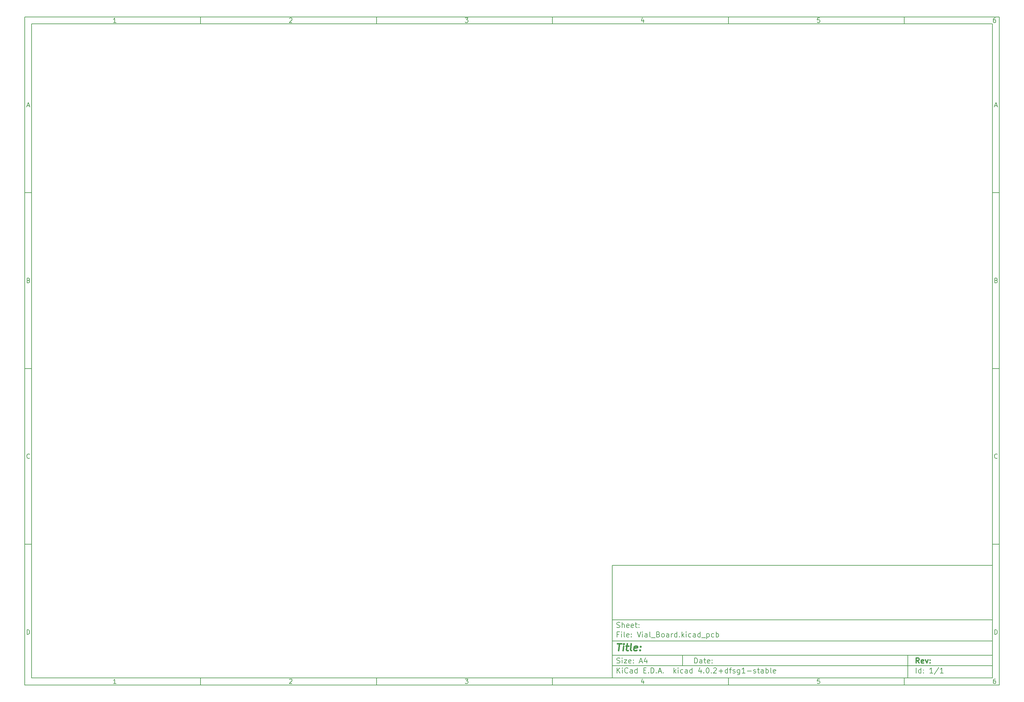
<source format=gbr>
G04 #@! TF.FileFunction,Other,Fab,Bot*
%FSLAX46Y46*%
G04 Gerber Fmt 4.6, Leading zero omitted, Abs format (unit mm)*
G04 Created by KiCad (PCBNEW 4.0.2+dfsg1-stable) date Wed 03 Aug 2016 02:33:37 PM EDT*
%MOMM*%
G01*
G04 APERTURE LIST*
%ADD10C,0.100000*%
%ADD11C,0.150000*%
%ADD12C,0.300000*%
%ADD13C,0.400000*%
G04 APERTURE END LIST*
D10*
D11*
X177002200Y-166007200D02*
X177002200Y-198007200D01*
X285002200Y-198007200D01*
X285002200Y-166007200D01*
X177002200Y-166007200D01*
D10*
D11*
X10000000Y-10000000D02*
X10000000Y-200007200D01*
X287002200Y-200007200D01*
X287002200Y-10000000D01*
X10000000Y-10000000D01*
D10*
D11*
X12000000Y-12000000D02*
X12000000Y-198007200D01*
X285002200Y-198007200D01*
X285002200Y-12000000D01*
X12000000Y-12000000D01*
D10*
D11*
X60000000Y-12000000D02*
X60000000Y-10000000D01*
D10*
D11*
X110000000Y-12000000D02*
X110000000Y-10000000D01*
D10*
D11*
X160000000Y-12000000D02*
X160000000Y-10000000D01*
D10*
D11*
X210000000Y-12000000D02*
X210000000Y-10000000D01*
D10*
D11*
X260000000Y-12000000D02*
X260000000Y-10000000D01*
D10*
D11*
X35990476Y-11588095D02*
X35247619Y-11588095D01*
X35619048Y-11588095D02*
X35619048Y-10288095D01*
X35495238Y-10473810D01*
X35371429Y-10597619D01*
X35247619Y-10659524D01*
D10*
D11*
X85247619Y-10411905D02*
X85309524Y-10350000D01*
X85433333Y-10288095D01*
X85742857Y-10288095D01*
X85866667Y-10350000D01*
X85928571Y-10411905D01*
X85990476Y-10535714D01*
X85990476Y-10659524D01*
X85928571Y-10845238D01*
X85185714Y-11588095D01*
X85990476Y-11588095D01*
D10*
D11*
X135185714Y-10288095D02*
X135990476Y-10288095D01*
X135557143Y-10783333D01*
X135742857Y-10783333D01*
X135866667Y-10845238D01*
X135928571Y-10907143D01*
X135990476Y-11030952D01*
X135990476Y-11340476D01*
X135928571Y-11464286D01*
X135866667Y-11526190D01*
X135742857Y-11588095D01*
X135371429Y-11588095D01*
X135247619Y-11526190D01*
X135185714Y-11464286D01*
D10*
D11*
X185866667Y-10721429D02*
X185866667Y-11588095D01*
X185557143Y-10226190D02*
X185247619Y-11154762D01*
X186052381Y-11154762D01*
D10*
D11*
X235928571Y-10288095D02*
X235309524Y-10288095D01*
X235247619Y-10907143D01*
X235309524Y-10845238D01*
X235433333Y-10783333D01*
X235742857Y-10783333D01*
X235866667Y-10845238D01*
X235928571Y-10907143D01*
X235990476Y-11030952D01*
X235990476Y-11340476D01*
X235928571Y-11464286D01*
X235866667Y-11526190D01*
X235742857Y-11588095D01*
X235433333Y-11588095D01*
X235309524Y-11526190D01*
X235247619Y-11464286D01*
D10*
D11*
X285866667Y-10288095D02*
X285619048Y-10288095D01*
X285495238Y-10350000D01*
X285433333Y-10411905D01*
X285309524Y-10597619D01*
X285247619Y-10845238D01*
X285247619Y-11340476D01*
X285309524Y-11464286D01*
X285371429Y-11526190D01*
X285495238Y-11588095D01*
X285742857Y-11588095D01*
X285866667Y-11526190D01*
X285928571Y-11464286D01*
X285990476Y-11340476D01*
X285990476Y-11030952D01*
X285928571Y-10907143D01*
X285866667Y-10845238D01*
X285742857Y-10783333D01*
X285495238Y-10783333D01*
X285371429Y-10845238D01*
X285309524Y-10907143D01*
X285247619Y-11030952D01*
D10*
D11*
X60000000Y-198007200D02*
X60000000Y-200007200D01*
D10*
D11*
X110000000Y-198007200D02*
X110000000Y-200007200D01*
D10*
D11*
X160000000Y-198007200D02*
X160000000Y-200007200D01*
D10*
D11*
X210000000Y-198007200D02*
X210000000Y-200007200D01*
D10*
D11*
X260000000Y-198007200D02*
X260000000Y-200007200D01*
D10*
D11*
X35990476Y-199595295D02*
X35247619Y-199595295D01*
X35619048Y-199595295D02*
X35619048Y-198295295D01*
X35495238Y-198481010D01*
X35371429Y-198604819D01*
X35247619Y-198666724D01*
D10*
D11*
X85247619Y-198419105D02*
X85309524Y-198357200D01*
X85433333Y-198295295D01*
X85742857Y-198295295D01*
X85866667Y-198357200D01*
X85928571Y-198419105D01*
X85990476Y-198542914D01*
X85990476Y-198666724D01*
X85928571Y-198852438D01*
X85185714Y-199595295D01*
X85990476Y-199595295D01*
D10*
D11*
X135185714Y-198295295D02*
X135990476Y-198295295D01*
X135557143Y-198790533D01*
X135742857Y-198790533D01*
X135866667Y-198852438D01*
X135928571Y-198914343D01*
X135990476Y-199038152D01*
X135990476Y-199347676D01*
X135928571Y-199471486D01*
X135866667Y-199533390D01*
X135742857Y-199595295D01*
X135371429Y-199595295D01*
X135247619Y-199533390D01*
X135185714Y-199471486D01*
D10*
D11*
X185866667Y-198728629D02*
X185866667Y-199595295D01*
X185557143Y-198233390D02*
X185247619Y-199161962D01*
X186052381Y-199161962D01*
D10*
D11*
X235928571Y-198295295D02*
X235309524Y-198295295D01*
X235247619Y-198914343D01*
X235309524Y-198852438D01*
X235433333Y-198790533D01*
X235742857Y-198790533D01*
X235866667Y-198852438D01*
X235928571Y-198914343D01*
X235990476Y-199038152D01*
X235990476Y-199347676D01*
X235928571Y-199471486D01*
X235866667Y-199533390D01*
X235742857Y-199595295D01*
X235433333Y-199595295D01*
X235309524Y-199533390D01*
X235247619Y-199471486D01*
D10*
D11*
X285866667Y-198295295D02*
X285619048Y-198295295D01*
X285495238Y-198357200D01*
X285433333Y-198419105D01*
X285309524Y-198604819D01*
X285247619Y-198852438D01*
X285247619Y-199347676D01*
X285309524Y-199471486D01*
X285371429Y-199533390D01*
X285495238Y-199595295D01*
X285742857Y-199595295D01*
X285866667Y-199533390D01*
X285928571Y-199471486D01*
X285990476Y-199347676D01*
X285990476Y-199038152D01*
X285928571Y-198914343D01*
X285866667Y-198852438D01*
X285742857Y-198790533D01*
X285495238Y-198790533D01*
X285371429Y-198852438D01*
X285309524Y-198914343D01*
X285247619Y-199038152D01*
D10*
D11*
X10000000Y-60000000D02*
X12000000Y-60000000D01*
D10*
D11*
X10000000Y-110000000D02*
X12000000Y-110000000D01*
D10*
D11*
X10000000Y-160000000D02*
X12000000Y-160000000D01*
D10*
D11*
X10690476Y-35216667D02*
X11309524Y-35216667D01*
X10566667Y-35588095D02*
X11000000Y-34288095D01*
X11433333Y-35588095D01*
D10*
D11*
X11092857Y-84907143D02*
X11278571Y-84969048D01*
X11340476Y-85030952D01*
X11402381Y-85154762D01*
X11402381Y-85340476D01*
X11340476Y-85464286D01*
X11278571Y-85526190D01*
X11154762Y-85588095D01*
X10659524Y-85588095D01*
X10659524Y-84288095D01*
X11092857Y-84288095D01*
X11216667Y-84350000D01*
X11278571Y-84411905D01*
X11340476Y-84535714D01*
X11340476Y-84659524D01*
X11278571Y-84783333D01*
X11216667Y-84845238D01*
X11092857Y-84907143D01*
X10659524Y-84907143D01*
D10*
D11*
X11402381Y-135464286D02*
X11340476Y-135526190D01*
X11154762Y-135588095D01*
X11030952Y-135588095D01*
X10845238Y-135526190D01*
X10721429Y-135402381D01*
X10659524Y-135278571D01*
X10597619Y-135030952D01*
X10597619Y-134845238D01*
X10659524Y-134597619D01*
X10721429Y-134473810D01*
X10845238Y-134350000D01*
X11030952Y-134288095D01*
X11154762Y-134288095D01*
X11340476Y-134350000D01*
X11402381Y-134411905D01*
D10*
D11*
X10659524Y-185588095D02*
X10659524Y-184288095D01*
X10969048Y-184288095D01*
X11154762Y-184350000D01*
X11278571Y-184473810D01*
X11340476Y-184597619D01*
X11402381Y-184845238D01*
X11402381Y-185030952D01*
X11340476Y-185278571D01*
X11278571Y-185402381D01*
X11154762Y-185526190D01*
X10969048Y-185588095D01*
X10659524Y-185588095D01*
D10*
D11*
X287002200Y-60000000D02*
X285002200Y-60000000D01*
D10*
D11*
X287002200Y-110000000D02*
X285002200Y-110000000D01*
D10*
D11*
X287002200Y-160000000D02*
X285002200Y-160000000D01*
D10*
D11*
X285692676Y-35216667D02*
X286311724Y-35216667D01*
X285568867Y-35588095D02*
X286002200Y-34288095D01*
X286435533Y-35588095D01*
D10*
D11*
X286095057Y-84907143D02*
X286280771Y-84969048D01*
X286342676Y-85030952D01*
X286404581Y-85154762D01*
X286404581Y-85340476D01*
X286342676Y-85464286D01*
X286280771Y-85526190D01*
X286156962Y-85588095D01*
X285661724Y-85588095D01*
X285661724Y-84288095D01*
X286095057Y-84288095D01*
X286218867Y-84350000D01*
X286280771Y-84411905D01*
X286342676Y-84535714D01*
X286342676Y-84659524D01*
X286280771Y-84783333D01*
X286218867Y-84845238D01*
X286095057Y-84907143D01*
X285661724Y-84907143D01*
D10*
D11*
X286404581Y-135464286D02*
X286342676Y-135526190D01*
X286156962Y-135588095D01*
X286033152Y-135588095D01*
X285847438Y-135526190D01*
X285723629Y-135402381D01*
X285661724Y-135278571D01*
X285599819Y-135030952D01*
X285599819Y-134845238D01*
X285661724Y-134597619D01*
X285723629Y-134473810D01*
X285847438Y-134350000D01*
X286033152Y-134288095D01*
X286156962Y-134288095D01*
X286342676Y-134350000D01*
X286404581Y-134411905D01*
D10*
D11*
X285661724Y-185588095D02*
X285661724Y-184288095D01*
X285971248Y-184288095D01*
X286156962Y-184350000D01*
X286280771Y-184473810D01*
X286342676Y-184597619D01*
X286404581Y-184845238D01*
X286404581Y-185030952D01*
X286342676Y-185278571D01*
X286280771Y-185402381D01*
X286156962Y-185526190D01*
X285971248Y-185588095D01*
X285661724Y-185588095D01*
D10*
D11*
X200359343Y-193785771D02*
X200359343Y-192285771D01*
X200716486Y-192285771D01*
X200930771Y-192357200D01*
X201073629Y-192500057D01*
X201145057Y-192642914D01*
X201216486Y-192928629D01*
X201216486Y-193142914D01*
X201145057Y-193428629D01*
X201073629Y-193571486D01*
X200930771Y-193714343D01*
X200716486Y-193785771D01*
X200359343Y-193785771D01*
X202502200Y-193785771D02*
X202502200Y-193000057D01*
X202430771Y-192857200D01*
X202287914Y-192785771D01*
X202002200Y-192785771D01*
X201859343Y-192857200D01*
X202502200Y-193714343D02*
X202359343Y-193785771D01*
X202002200Y-193785771D01*
X201859343Y-193714343D01*
X201787914Y-193571486D01*
X201787914Y-193428629D01*
X201859343Y-193285771D01*
X202002200Y-193214343D01*
X202359343Y-193214343D01*
X202502200Y-193142914D01*
X203002200Y-192785771D02*
X203573629Y-192785771D01*
X203216486Y-192285771D02*
X203216486Y-193571486D01*
X203287914Y-193714343D01*
X203430772Y-193785771D01*
X203573629Y-193785771D01*
X204645057Y-193714343D02*
X204502200Y-193785771D01*
X204216486Y-193785771D01*
X204073629Y-193714343D01*
X204002200Y-193571486D01*
X204002200Y-193000057D01*
X204073629Y-192857200D01*
X204216486Y-192785771D01*
X204502200Y-192785771D01*
X204645057Y-192857200D01*
X204716486Y-193000057D01*
X204716486Y-193142914D01*
X204002200Y-193285771D01*
X205359343Y-193642914D02*
X205430771Y-193714343D01*
X205359343Y-193785771D01*
X205287914Y-193714343D01*
X205359343Y-193642914D01*
X205359343Y-193785771D01*
X205359343Y-192857200D02*
X205430771Y-192928629D01*
X205359343Y-193000057D01*
X205287914Y-192928629D01*
X205359343Y-192857200D01*
X205359343Y-193000057D01*
D10*
D11*
X177002200Y-194507200D02*
X285002200Y-194507200D01*
D10*
D11*
X178359343Y-196585771D02*
X178359343Y-195085771D01*
X179216486Y-196585771D02*
X178573629Y-195728629D01*
X179216486Y-195085771D02*
X178359343Y-195942914D01*
X179859343Y-196585771D02*
X179859343Y-195585771D01*
X179859343Y-195085771D02*
X179787914Y-195157200D01*
X179859343Y-195228629D01*
X179930771Y-195157200D01*
X179859343Y-195085771D01*
X179859343Y-195228629D01*
X181430772Y-196442914D02*
X181359343Y-196514343D01*
X181145057Y-196585771D01*
X181002200Y-196585771D01*
X180787915Y-196514343D01*
X180645057Y-196371486D01*
X180573629Y-196228629D01*
X180502200Y-195942914D01*
X180502200Y-195728629D01*
X180573629Y-195442914D01*
X180645057Y-195300057D01*
X180787915Y-195157200D01*
X181002200Y-195085771D01*
X181145057Y-195085771D01*
X181359343Y-195157200D01*
X181430772Y-195228629D01*
X182716486Y-196585771D02*
X182716486Y-195800057D01*
X182645057Y-195657200D01*
X182502200Y-195585771D01*
X182216486Y-195585771D01*
X182073629Y-195657200D01*
X182716486Y-196514343D02*
X182573629Y-196585771D01*
X182216486Y-196585771D01*
X182073629Y-196514343D01*
X182002200Y-196371486D01*
X182002200Y-196228629D01*
X182073629Y-196085771D01*
X182216486Y-196014343D01*
X182573629Y-196014343D01*
X182716486Y-195942914D01*
X184073629Y-196585771D02*
X184073629Y-195085771D01*
X184073629Y-196514343D02*
X183930772Y-196585771D01*
X183645058Y-196585771D01*
X183502200Y-196514343D01*
X183430772Y-196442914D01*
X183359343Y-196300057D01*
X183359343Y-195871486D01*
X183430772Y-195728629D01*
X183502200Y-195657200D01*
X183645058Y-195585771D01*
X183930772Y-195585771D01*
X184073629Y-195657200D01*
X185930772Y-195800057D02*
X186430772Y-195800057D01*
X186645058Y-196585771D02*
X185930772Y-196585771D01*
X185930772Y-195085771D01*
X186645058Y-195085771D01*
X187287915Y-196442914D02*
X187359343Y-196514343D01*
X187287915Y-196585771D01*
X187216486Y-196514343D01*
X187287915Y-196442914D01*
X187287915Y-196585771D01*
X188002201Y-196585771D02*
X188002201Y-195085771D01*
X188359344Y-195085771D01*
X188573629Y-195157200D01*
X188716487Y-195300057D01*
X188787915Y-195442914D01*
X188859344Y-195728629D01*
X188859344Y-195942914D01*
X188787915Y-196228629D01*
X188716487Y-196371486D01*
X188573629Y-196514343D01*
X188359344Y-196585771D01*
X188002201Y-196585771D01*
X189502201Y-196442914D02*
X189573629Y-196514343D01*
X189502201Y-196585771D01*
X189430772Y-196514343D01*
X189502201Y-196442914D01*
X189502201Y-196585771D01*
X190145058Y-196157200D02*
X190859344Y-196157200D01*
X190002201Y-196585771D02*
X190502201Y-195085771D01*
X191002201Y-196585771D01*
X191502201Y-196442914D02*
X191573629Y-196514343D01*
X191502201Y-196585771D01*
X191430772Y-196514343D01*
X191502201Y-196442914D01*
X191502201Y-196585771D01*
X194502201Y-196585771D02*
X194502201Y-195085771D01*
X194645058Y-196014343D02*
X195073629Y-196585771D01*
X195073629Y-195585771D02*
X194502201Y-196157200D01*
X195716487Y-196585771D02*
X195716487Y-195585771D01*
X195716487Y-195085771D02*
X195645058Y-195157200D01*
X195716487Y-195228629D01*
X195787915Y-195157200D01*
X195716487Y-195085771D01*
X195716487Y-195228629D01*
X197073630Y-196514343D02*
X196930773Y-196585771D01*
X196645059Y-196585771D01*
X196502201Y-196514343D01*
X196430773Y-196442914D01*
X196359344Y-196300057D01*
X196359344Y-195871486D01*
X196430773Y-195728629D01*
X196502201Y-195657200D01*
X196645059Y-195585771D01*
X196930773Y-195585771D01*
X197073630Y-195657200D01*
X198359344Y-196585771D02*
X198359344Y-195800057D01*
X198287915Y-195657200D01*
X198145058Y-195585771D01*
X197859344Y-195585771D01*
X197716487Y-195657200D01*
X198359344Y-196514343D02*
X198216487Y-196585771D01*
X197859344Y-196585771D01*
X197716487Y-196514343D01*
X197645058Y-196371486D01*
X197645058Y-196228629D01*
X197716487Y-196085771D01*
X197859344Y-196014343D01*
X198216487Y-196014343D01*
X198359344Y-195942914D01*
X199716487Y-196585771D02*
X199716487Y-195085771D01*
X199716487Y-196514343D02*
X199573630Y-196585771D01*
X199287916Y-196585771D01*
X199145058Y-196514343D01*
X199073630Y-196442914D01*
X199002201Y-196300057D01*
X199002201Y-195871486D01*
X199073630Y-195728629D01*
X199145058Y-195657200D01*
X199287916Y-195585771D01*
X199573630Y-195585771D01*
X199716487Y-195657200D01*
X202216487Y-195585771D02*
X202216487Y-196585771D01*
X201859344Y-195014343D02*
X201502201Y-196085771D01*
X202430773Y-196085771D01*
X203002201Y-196442914D02*
X203073629Y-196514343D01*
X203002201Y-196585771D01*
X202930772Y-196514343D01*
X203002201Y-196442914D01*
X203002201Y-196585771D01*
X204002201Y-195085771D02*
X204145058Y-195085771D01*
X204287915Y-195157200D01*
X204359344Y-195228629D01*
X204430773Y-195371486D01*
X204502201Y-195657200D01*
X204502201Y-196014343D01*
X204430773Y-196300057D01*
X204359344Y-196442914D01*
X204287915Y-196514343D01*
X204145058Y-196585771D01*
X204002201Y-196585771D01*
X203859344Y-196514343D01*
X203787915Y-196442914D01*
X203716487Y-196300057D01*
X203645058Y-196014343D01*
X203645058Y-195657200D01*
X203716487Y-195371486D01*
X203787915Y-195228629D01*
X203859344Y-195157200D01*
X204002201Y-195085771D01*
X205145058Y-196442914D02*
X205216486Y-196514343D01*
X205145058Y-196585771D01*
X205073629Y-196514343D01*
X205145058Y-196442914D01*
X205145058Y-196585771D01*
X205787915Y-195228629D02*
X205859344Y-195157200D01*
X206002201Y-195085771D01*
X206359344Y-195085771D01*
X206502201Y-195157200D01*
X206573630Y-195228629D01*
X206645058Y-195371486D01*
X206645058Y-195514343D01*
X206573630Y-195728629D01*
X205716487Y-196585771D01*
X206645058Y-196585771D01*
X207287915Y-196014343D02*
X208430772Y-196014343D01*
X207859343Y-196585771D02*
X207859343Y-195442914D01*
X209787915Y-196585771D02*
X209787915Y-195085771D01*
X209787915Y-196514343D02*
X209645058Y-196585771D01*
X209359344Y-196585771D01*
X209216486Y-196514343D01*
X209145058Y-196442914D01*
X209073629Y-196300057D01*
X209073629Y-195871486D01*
X209145058Y-195728629D01*
X209216486Y-195657200D01*
X209359344Y-195585771D01*
X209645058Y-195585771D01*
X209787915Y-195657200D01*
X210287915Y-195585771D02*
X210859344Y-195585771D01*
X210502201Y-196585771D02*
X210502201Y-195300057D01*
X210573629Y-195157200D01*
X210716487Y-195085771D01*
X210859344Y-195085771D01*
X211287915Y-196514343D02*
X211430772Y-196585771D01*
X211716487Y-196585771D01*
X211859344Y-196514343D01*
X211930772Y-196371486D01*
X211930772Y-196300057D01*
X211859344Y-196157200D01*
X211716487Y-196085771D01*
X211502201Y-196085771D01*
X211359344Y-196014343D01*
X211287915Y-195871486D01*
X211287915Y-195800057D01*
X211359344Y-195657200D01*
X211502201Y-195585771D01*
X211716487Y-195585771D01*
X211859344Y-195657200D01*
X213216487Y-195585771D02*
X213216487Y-196800057D01*
X213145058Y-196942914D01*
X213073630Y-197014343D01*
X212930773Y-197085771D01*
X212716487Y-197085771D01*
X212573630Y-197014343D01*
X213216487Y-196514343D02*
X213073630Y-196585771D01*
X212787916Y-196585771D01*
X212645058Y-196514343D01*
X212573630Y-196442914D01*
X212502201Y-196300057D01*
X212502201Y-195871486D01*
X212573630Y-195728629D01*
X212645058Y-195657200D01*
X212787916Y-195585771D01*
X213073630Y-195585771D01*
X213216487Y-195657200D01*
X214716487Y-196585771D02*
X213859344Y-196585771D01*
X214287916Y-196585771D02*
X214287916Y-195085771D01*
X214145059Y-195300057D01*
X214002201Y-195442914D01*
X213859344Y-195514343D01*
X215359344Y-196014343D02*
X216502201Y-196014343D01*
X217145058Y-196514343D02*
X217287915Y-196585771D01*
X217573630Y-196585771D01*
X217716487Y-196514343D01*
X217787915Y-196371486D01*
X217787915Y-196300057D01*
X217716487Y-196157200D01*
X217573630Y-196085771D01*
X217359344Y-196085771D01*
X217216487Y-196014343D01*
X217145058Y-195871486D01*
X217145058Y-195800057D01*
X217216487Y-195657200D01*
X217359344Y-195585771D01*
X217573630Y-195585771D01*
X217716487Y-195657200D01*
X218216487Y-195585771D02*
X218787916Y-195585771D01*
X218430773Y-195085771D02*
X218430773Y-196371486D01*
X218502201Y-196514343D01*
X218645059Y-196585771D01*
X218787916Y-196585771D01*
X219930773Y-196585771D02*
X219930773Y-195800057D01*
X219859344Y-195657200D01*
X219716487Y-195585771D01*
X219430773Y-195585771D01*
X219287916Y-195657200D01*
X219930773Y-196514343D02*
X219787916Y-196585771D01*
X219430773Y-196585771D01*
X219287916Y-196514343D01*
X219216487Y-196371486D01*
X219216487Y-196228629D01*
X219287916Y-196085771D01*
X219430773Y-196014343D01*
X219787916Y-196014343D01*
X219930773Y-195942914D01*
X220645059Y-196585771D02*
X220645059Y-195085771D01*
X220645059Y-195657200D02*
X220787916Y-195585771D01*
X221073630Y-195585771D01*
X221216487Y-195657200D01*
X221287916Y-195728629D01*
X221359345Y-195871486D01*
X221359345Y-196300057D01*
X221287916Y-196442914D01*
X221216487Y-196514343D01*
X221073630Y-196585771D01*
X220787916Y-196585771D01*
X220645059Y-196514343D01*
X222216488Y-196585771D02*
X222073630Y-196514343D01*
X222002202Y-196371486D01*
X222002202Y-195085771D01*
X223359344Y-196514343D02*
X223216487Y-196585771D01*
X222930773Y-196585771D01*
X222787916Y-196514343D01*
X222716487Y-196371486D01*
X222716487Y-195800057D01*
X222787916Y-195657200D01*
X222930773Y-195585771D01*
X223216487Y-195585771D01*
X223359344Y-195657200D01*
X223430773Y-195800057D01*
X223430773Y-195942914D01*
X222716487Y-196085771D01*
D10*
D11*
X177002200Y-191507200D02*
X285002200Y-191507200D01*
D10*
D12*
X264216486Y-193785771D02*
X263716486Y-193071486D01*
X263359343Y-193785771D02*
X263359343Y-192285771D01*
X263930771Y-192285771D01*
X264073629Y-192357200D01*
X264145057Y-192428629D01*
X264216486Y-192571486D01*
X264216486Y-192785771D01*
X264145057Y-192928629D01*
X264073629Y-193000057D01*
X263930771Y-193071486D01*
X263359343Y-193071486D01*
X265430771Y-193714343D02*
X265287914Y-193785771D01*
X265002200Y-193785771D01*
X264859343Y-193714343D01*
X264787914Y-193571486D01*
X264787914Y-193000057D01*
X264859343Y-192857200D01*
X265002200Y-192785771D01*
X265287914Y-192785771D01*
X265430771Y-192857200D01*
X265502200Y-193000057D01*
X265502200Y-193142914D01*
X264787914Y-193285771D01*
X266002200Y-192785771D02*
X266359343Y-193785771D01*
X266716485Y-192785771D01*
X267287914Y-193642914D02*
X267359342Y-193714343D01*
X267287914Y-193785771D01*
X267216485Y-193714343D01*
X267287914Y-193642914D01*
X267287914Y-193785771D01*
X267287914Y-192857200D02*
X267359342Y-192928629D01*
X267287914Y-193000057D01*
X267216485Y-192928629D01*
X267287914Y-192857200D01*
X267287914Y-193000057D01*
D10*
D11*
X178287914Y-193714343D02*
X178502200Y-193785771D01*
X178859343Y-193785771D01*
X179002200Y-193714343D01*
X179073629Y-193642914D01*
X179145057Y-193500057D01*
X179145057Y-193357200D01*
X179073629Y-193214343D01*
X179002200Y-193142914D01*
X178859343Y-193071486D01*
X178573629Y-193000057D01*
X178430771Y-192928629D01*
X178359343Y-192857200D01*
X178287914Y-192714343D01*
X178287914Y-192571486D01*
X178359343Y-192428629D01*
X178430771Y-192357200D01*
X178573629Y-192285771D01*
X178930771Y-192285771D01*
X179145057Y-192357200D01*
X179787914Y-193785771D02*
X179787914Y-192785771D01*
X179787914Y-192285771D02*
X179716485Y-192357200D01*
X179787914Y-192428629D01*
X179859342Y-192357200D01*
X179787914Y-192285771D01*
X179787914Y-192428629D01*
X180359343Y-192785771D02*
X181145057Y-192785771D01*
X180359343Y-193785771D01*
X181145057Y-193785771D01*
X182287914Y-193714343D02*
X182145057Y-193785771D01*
X181859343Y-193785771D01*
X181716486Y-193714343D01*
X181645057Y-193571486D01*
X181645057Y-193000057D01*
X181716486Y-192857200D01*
X181859343Y-192785771D01*
X182145057Y-192785771D01*
X182287914Y-192857200D01*
X182359343Y-193000057D01*
X182359343Y-193142914D01*
X181645057Y-193285771D01*
X183002200Y-193642914D02*
X183073628Y-193714343D01*
X183002200Y-193785771D01*
X182930771Y-193714343D01*
X183002200Y-193642914D01*
X183002200Y-193785771D01*
X183002200Y-192857200D02*
X183073628Y-192928629D01*
X183002200Y-193000057D01*
X182930771Y-192928629D01*
X183002200Y-192857200D01*
X183002200Y-193000057D01*
X184787914Y-193357200D02*
X185502200Y-193357200D01*
X184645057Y-193785771D02*
X185145057Y-192285771D01*
X185645057Y-193785771D01*
X186787914Y-192785771D02*
X186787914Y-193785771D01*
X186430771Y-192214343D02*
X186073628Y-193285771D01*
X187002200Y-193285771D01*
D10*
D11*
X263359343Y-196585771D02*
X263359343Y-195085771D01*
X264716486Y-196585771D02*
X264716486Y-195085771D01*
X264716486Y-196514343D02*
X264573629Y-196585771D01*
X264287915Y-196585771D01*
X264145057Y-196514343D01*
X264073629Y-196442914D01*
X264002200Y-196300057D01*
X264002200Y-195871486D01*
X264073629Y-195728629D01*
X264145057Y-195657200D01*
X264287915Y-195585771D01*
X264573629Y-195585771D01*
X264716486Y-195657200D01*
X265430772Y-196442914D02*
X265502200Y-196514343D01*
X265430772Y-196585771D01*
X265359343Y-196514343D01*
X265430772Y-196442914D01*
X265430772Y-196585771D01*
X265430772Y-195657200D02*
X265502200Y-195728629D01*
X265430772Y-195800057D01*
X265359343Y-195728629D01*
X265430772Y-195657200D01*
X265430772Y-195800057D01*
X268073629Y-196585771D02*
X267216486Y-196585771D01*
X267645058Y-196585771D02*
X267645058Y-195085771D01*
X267502201Y-195300057D01*
X267359343Y-195442914D01*
X267216486Y-195514343D01*
X269787914Y-195014343D02*
X268502200Y-196942914D01*
X271073629Y-196585771D02*
X270216486Y-196585771D01*
X270645058Y-196585771D02*
X270645058Y-195085771D01*
X270502201Y-195300057D01*
X270359343Y-195442914D01*
X270216486Y-195514343D01*
D10*
D11*
X177002200Y-187507200D02*
X285002200Y-187507200D01*
D10*
D13*
X178454581Y-188211962D02*
X179597438Y-188211962D01*
X178776010Y-190211962D02*
X179026010Y-188211962D01*
X180014105Y-190211962D02*
X180180771Y-188878629D01*
X180264105Y-188211962D02*
X180156962Y-188307200D01*
X180240295Y-188402438D01*
X180347439Y-188307200D01*
X180264105Y-188211962D01*
X180240295Y-188402438D01*
X180847438Y-188878629D02*
X181609343Y-188878629D01*
X181216486Y-188211962D02*
X181002200Y-189926248D01*
X181073630Y-190116724D01*
X181252201Y-190211962D01*
X181442677Y-190211962D01*
X182395058Y-190211962D02*
X182216487Y-190116724D01*
X182145057Y-189926248D01*
X182359343Y-188211962D01*
X183930772Y-190116724D02*
X183728391Y-190211962D01*
X183347439Y-190211962D01*
X183168867Y-190116724D01*
X183097438Y-189926248D01*
X183192676Y-189164343D01*
X183311724Y-188973867D01*
X183514105Y-188878629D01*
X183895057Y-188878629D01*
X184073629Y-188973867D01*
X184145057Y-189164343D01*
X184121248Y-189354819D01*
X183145057Y-189545295D01*
X184895057Y-190021486D02*
X184978392Y-190116724D01*
X184871248Y-190211962D01*
X184787915Y-190116724D01*
X184895057Y-190021486D01*
X184871248Y-190211962D01*
X185026010Y-188973867D02*
X185109344Y-189069105D01*
X185002200Y-189164343D01*
X184918867Y-189069105D01*
X185026010Y-188973867D01*
X185002200Y-189164343D01*
D10*
D11*
X178859343Y-185600057D02*
X178359343Y-185600057D01*
X178359343Y-186385771D02*
X178359343Y-184885771D01*
X179073629Y-184885771D01*
X179645057Y-186385771D02*
X179645057Y-185385771D01*
X179645057Y-184885771D02*
X179573628Y-184957200D01*
X179645057Y-185028629D01*
X179716485Y-184957200D01*
X179645057Y-184885771D01*
X179645057Y-185028629D01*
X180573629Y-186385771D02*
X180430771Y-186314343D01*
X180359343Y-186171486D01*
X180359343Y-184885771D01*
X181716485Y-186314343D02*
X181573628Y-186385771D01*
X181287914Y-186385771D01*
X181145057Y-186314343D01*
X181073628Y-186171486D01*
X181073628Y-185600057D01*
X181145057Y-185457200D01*
X181287914Y-185385771D01*
X181573628Y-185385771D01*
X181716485Y-185457200D01*
X181787914Y-185600057D01*
X181787914Y-185742914D01*
X181073628Y-185885771D01*
X182430771Y-186242914D02*
X182502199Y-186314343D01*
X182430771Y-186385771D01*
X182359342Y-186314343D01*
X182430771Y-186242914D01*
X182430771Y-186385771D01*
X182430771Y-185457200D02*
X182502199Y-185528629D01*
X182430771Y-185600057D01*
X182359342Y-185528629D01*
X182430771Y-185457200D01*
X182430771Y-185600057D01*
X184073628Y-184885771D02*
X184573628Y-186385771D01*
X185073628Y-184885771D01*
X185573628Y-186385771D02*
X185573628Y-185385771D01*
X185573628Y-184885771D02*
X185502199Y-184957200D01*
X185573628Y-185028629D01*
X185645056Y-184957200D01*
X185573628Y-184885771D01*
X185573628Y-185028629D01*
X186930771Y-186385771D02*
X186930771Y-185600057D01*
X186859342Y-185457200D01*
X186716485Y-185385771D01*
X186430771Y-185385771D01*
X186287914Y-185457200D01*
X186930771Y-186314343D02*
X186787914Y-186385771D01*
X186430771Y-186385771D01*
X186287914Y-186314343D01*
X186216485Y-186171486D01*
X186216485Y-186028629D01*
X186287914Y-185885771D01*
X186430771Y-185814343D01*
X186787914Y-185814343D01*
X186930771Y-185742914D01*
X187859343Y-186385771D02*
X187716485Y-186314343D01*
X187645057Y-186171486D01*
X187645057Y-184885771D01*
X188073628Y-186528629D02*
X189216485Y-186528629D01*
X190073628Y-185600057D02*
X190287914Y-185671486D01*
X190359342Y-185742914D01*
X190430771Y-185885771D01*
X190430771Y-186100057D01*
X190359342Y-186242914D01*
X190287914Y-186314343D01*
X190145056Y-186385771D01*
X189573628Y-186385771D01*
X189573628Y-184885771D01*
X190073628Y-184885771D01*
X190216485Y-184957200D01*
X190287914Y-185028629D01*
X190359342Y-185171486D01*
X190359342Y-185314343D01*
X190287914Y-185457200D01*
X190216485Y-185528629D01*
X190073628Y-185600057D01*
X189573628Y-185600057D01*
X191287914Y-186385771D02*
X191145056Y-186314343D01*
X191073628Y-186242914D01*
X191002199Y-186100057D01*
X191002199Y-185671486D01*
X191073628Y-185528629D01*
X191145056Y-185457200D01*
X191287914Y-185385771D01*
X191502199Y-185385771D01*
X191645056Y-185457200D01*
X191716485Y-185528629D01*
X191787914Y-185671486D01*
X191787914Y-186100057D01*
X191716485Y-186242914D01*
X191645056Y-186314343D01*
X191502199Y-186385771D01*
X191287914Y-186385771D01*
X193073628Y-186385771D02*
X193073628Y-185600057D01*
X193002199Y-185457200D01*
X192859342Y-185385771D01*
X192573628Y-185385771D01*
X192430771Y-185457200D01*
X193073628Y-186314343D02*
X192930771Y-186385771D01*
X192573628Y-186385771D01*
X192430771Y-186314343D01*
X192359342Y-186171486D01*
X192359342Y-186028629D01*
X192430771Y-185885771D01*
X192573628Y-185814343D01*
X192930771Y-185814343D01*
X193073628Y-185742914D01*
X193787914Y-186385771D02*
X193787914Y-185385771D01*
X193787914Y-185671486D02*
X193859342Y-185528629D01*
X193930771Y-185457200D01*
X194073628Y-185385771D01*
X194216485Y-185385771D01*
X195359342Y-186385771D02*
X195359342Y-184885771D01*
X195359342Y-186314343D02*
X195216485Y-186385771D01*
X194930771Y-186385771D01*
X194787913Y-186314343D01*
X194716485Y-186242914D01*
X194645056Y-186100057D01*
X194645056Y-185671486D01*
X194716485Y-185528629D01*
X194787913Y-185457200D01*
X194930771Y-185385771D01*
X195216485Y-185385771D01*
X195359342Y-185457200D01*
X196073628Y-186242914D02*
X196145056Y-186314343D01*
X196073628Y-186385771D01*
X196002199Y-186314343D01*
X196073628Y-186242914D01*
X196073628Y-186385771D01*
X196787914Y-186385771D02*
X196787914Y-184885771D01*
X196930771Y-185814343D02*
X197359342Y-186385771D01*
X197359342Y-185385771D02*
X196787914Y-185957200D01*
X198002200Y-186385771D02*
X198002200Y-185385771D01*
X198002200Y-184885771D02*
X197930771Y-184957200D01*
X198002200Y-185028629D01*
X198073628Y-184957200D01*
X198002200Y-184885771D01*
X198002200Y-185028629D01*
X199359343Y-186314343D02*
X199216486Y-186385771D01*
X198930772Y-186385771D01*
X198787914Y-186314343D01*
X198716486Y-186242914D01*
X198645057Y-186100057D01*
X198645057Y-185671486D01*
X198716486Y-185528629D01*
X198787914Y-185457200D01*
X198930772Y-185385771D01*
X199216486Y-185385771D01*
X199359343Y-185457200D01*
X200645057Y-186385771D02*
X200645057Y-185600057D01*
X200573628Y-185457200D01*
X200430771Y-185385771D01*
X200145057Y-185385771D01*
X200002200Y-185457200D01*
X200645057Y-186314343D02*
X200502200Y-186385771D01*
X200145057Y-186385771D01*
X200002200Y-186314343D01*
X199930771Y-186171486D01*
X199930771Y-186028629D01*
X200002200Y-185885771D01*
X200145057Y-185814343D01*
X200502200Y-185814343D01*
X200645057Y-185742914D01*
X202002200Y-186385771D02*
X202002200Y-184885771D01*
X202002200Y-186314343D02*
X201859343Y-186385771D01*
X201573629Y-186385771D01*
X201430771Y-186314343D01*
X201359343Y-186242914D01*
X201287914Y-186100057D01*
X201287914Y-185671486D01*
X201359343Y-185528629D01*
X201430771Y-185457200D01*
X201573629Y-185385771D01*
X201859343Y-185385771D01*
X202002200Y-185457200D01*
X202359343Y-186528629D02*
X203502200Y-186528629D01*
X203859343Y-185385771D02*
X203859343Y-186885771D01*
X203859343Y-185457200D02*
X204002200Y-185385771D01*
X204287914Y-185385771D01*
X204430771Y-185457200D01*
X204502200Y-185528629D01*
X204573629Y-185671486D01*
X204573629Y-186100057D01*
X204502200Y-186242914D01*
X204430771Y-186314343D01*
X204287914Y-186385771D01*
X204002200Y-186385771D01*
X203859343Y-186314343D01*
X205859343Y-186314343D02*
X205716486Y-186385771D01*
X205430772Y-186385771D01*
X205287914Y-186314343D01*
X205216486Y-186242914D01*
X205145057Y-186100057D01*
X205145057Y-185671486D01*
X205216486Y-185528629D01*
X205287914Y-185457200D01*
X205430772Y-185385771D01*
X205716486Y-185385771D01*
X205859343Y-185457200D01*
X206502200Y-186385771D02*
X206502200Y-184885771D01*
X206502200Y-185457200D02*
X206645057Y-185385771D01*
X206930771Y-185385771D01*
X207073628Y-185457200D01*
X207145057Y-185528629D01*
X207216486Y-185671486D01*
X207216486Y-186100057D01*
X207145057Y-186242914D01*
X207073628Y-186314343D01*
X206930771Y-186385771D01*
X206645057Y-186385771D01*
X206502200Y-186314343D01*
D10*
D11*
X177002200Y-181507200D02*
X285002200Y-181507200D01*
D10*
D11*
X178287914Y-183614343D02*
X178502200Y-183685771D01*
X178859343Y-183685771D01*
X179002200Y-183614343D01*
X179073629Y-183542914D01*
X179145057Y-183400057D01*
X179145057Y-183257200D01*
X179073629Y-183114343D01*
X179002200Y-183042914D01*
X178859343Y-182971486D01*
X178573629Y-182900057D01*
X178430771Y-182828629D01*
X178359343Y-182757200D01*
X178287914Y-182614343D01*
X178287914Y-182471486D01*
X178359343Y-182328629D01*
X178430771Y-182257200D01*
X178573629Y-182185771D01*
X178930771Y-182185771D01*
X179145057Y-182257200D01*
X179787914Y-183685771D02*
X179787914Y-182185771D01*
X180430771Y-183685771D02*
X180430771Y-182900057D01*
X180359342Y-182757200D01*
X180216485Y-182685771D01*
X180002200Y-182685771D01*
X179859342Y-182757200D01*
X179787914Y-182828629D01*
X181716485Y-183614343D02*
X181573628Y-183685771D01*
X181287914Y-183685771D01*
X181145057Y-183614343D01*
X181073628Y-183471486D01*
X181073628Y-182900057D01*
X181145057Y-182757200D01*
X181287914Y-182685771D01*
X181573628Y-182685771D01*
X181716485Y-182757200D01*
X181787914Y-182900057D01*
X181787914Y-183042914D01*
X181073628Y-183185771D01*
X183002199Y-183614343D02*
X182859342Y-183685771D01*
X182573628Y-183685771D01*
X182430771Y-183614343D01*
X182359342Y-183471486D01*
X182359342Y-182900057D01*
X182430771Y-182757200D01*
X182573628Y-182685771D01*
X182859342Y-182685771D01*
X183002199Y-182757200D01*
X183073628Y-182900057D01*
X183073628Y-183042914D01*
X182359342Y-183185771D01*
X183502199Y-182685771D02*
X184073628Y-182685771D01*
X183716485Y-182185771D02*
X183716485Y-183471486D01*
X183787913Y-183614343D01*
X183930771Y-183685771D01*
X184073628Y-183685771D01*
X184573628Y-183542914D02*
X184645056Y-183614343D01*
X184573628Y-183685771D01*
X184502199Y-183614343D01*
X184573628Y-183542914D01*
X184573628Y-183685771D01*
X184573628Y-182757200D02*
X184645056Y-182828629D01*
X184573628Y-182900057D01*
X184502199Y-182828629D01*
X184573628Y-182757200D01*
X184573628Y-182900057D01*
D10*
D11*
X197002200Y-191507200D02*
X197002200Y-194507200D01*
D10*
D11*
X261002200Y-191507200D02*
X261002200Y-198007200D01*
M02*

</source>
